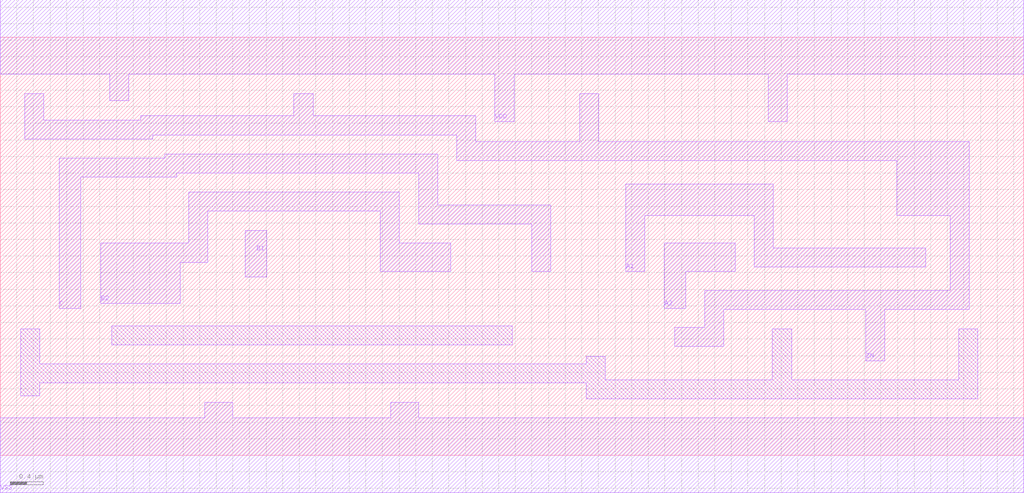
<source format=lef>
# Copyright 2022 GlobalFoundries PDK Authors
#
# Licensed under the Apache License, Version 2.0 (the "License");
# you may not use this file except in compliance with the License.
# You may obtain a copy of the License at
#
#      http://www.apache.org/licenses/LICENSE-2.0
#
# Unless required by applicable law or agreed to in writing, software
# distributed under the License is distributed on an "AS IS" BASIS,
# WITHOUT WARRANTIES OR CONDITIONS OF ANY KIND, either express or implied.
# See the License for the specific language governing permissions and
# limitations under the License.

MACRO gf180mcu_fd_sc_mcu9t5v0__oai221_2
  CLASS core ;
  FOREIGN gf180mcu_fd_sc_mcu9t5v0__oai221_2 0.0 0.0 ;
  ORIGIN 0 0 ;
  SYMMETRY X Y ;
  SITE GF018hv5v_green_sc9 ;
  SIZE 12.32 BY 5.04 ;
  PIN A1
    DIRECTION INPUT ;
    ANTENNAGATEAREA 3.414 ;
    PORT
      LAYER Metal1 ;
        POLYGON 7.53 2.215 7.76 2.215 7.76 2.89 9.075 2.89 9.075 2.27 11.14 2.27 11.14 2.5 9.305 2.5 9.305 3.27 7.53 3.27  ;
    END
  END A1
  PIN A2
    DIRECTION INPUT ;
    ANTENNAGATEAREA 3.414 ;
    PORT
      LAYER Metal1 ;
        POLYGON 7.99 1.77 8.25 1.77 8.25 2.215 8.845 2.215 8.845 2.555 7.99 2.555  ;
    END
  END A2
  PIN B1
    DIRECTION INPUT ;
    ANTENNAGATEAREA 3.414 ;
    PORT
      LAYER Metal1 ;
        POLYGON 2.95 2.15 3.21 2.15 3.21 2.71 2.95 2.71  ;
    END
  END B1
  PIN B2
    DIRECTION INPUT ;
    ANTENNAGATEAREA 3.414 ;
    PORT
      LAYER Metal1 ;
        POLYGON 1.21 1.83 2.165 1.83 2.165 2.325 2.5 2.325 2.5 2.94 4.575 2.94 4.575 2.215 5.425 2.215 5.425 2.555 4.805 2.555 4.805 3.17 2.27 3.17 2.27 2.555 1.21 2.555  ;
    END
  END B2
  PIN C
    DIRECTION INPUT ;
    ANTENNAGATEAREA 3.044 ;
    PORT
      LAYER Metal1 ;
        POLYGON 0.71 1.77 0.97 1.77 0.97 3.35 2.125 3.35 2.125 3.4 5.035 3.4 5.035 2.785 6.16 2.785 6.395 2.785 6.395 2.215 6.625 2.215 6.625 3.015 6.16 3.015 5.265 3.015 5.265 3.63 1.98 3.63 1.98 3.58 0.71 3.58  ;
    END
  END C
  PIN ZN
    DIRECTION OUTPUT ;
    ANTENNADIFFAREA 5.2165 ;
    PORT
      LAYER Metal1 ;
        POLYGON 0.295 3.81 1.835 3.81 1.835 3.86 5.495 3.86 5.495 3.55 6.16 3.55 10.79 3.55 10.79 2.89 11.435 2.89 11.435 1.985 8.48 1.985 8.48 1.54 8.12 1.54 8.12 1.31 8.71 1.31 8.71 1.755 10.415 1.755 10.415 1.14 10.645 1.14 10.645 1.755 11.665 1.755 11.665 3.78 7.205 3.78 7.205 4.36 6.975 4.36 6.975 3.78 6.16 3.78 5.725 3.78 5.725 4.09 3.765 4.09 3.765 4.36 3.535 4.36 3.535 4.09 1.69 4.09 1.69 4.04 0.525 4.04 0.525 4.36 0.295 4.36  ;
    END
  END ZN
  PIN VDD
    DIRECTION INOUT ;
    USE power ;
    SHAPE ABUTMENT ;
    PORT
      LAYER Metal1 ;
        POLYGON 0 4.59 1.315 4.59 1.315 4.27 1.545 4.27 1.545 4.59 5.955 4.59 5.955 4.02 6.16 4.02 6.185 4.02 6.185 4.59 9.245 4.59 9.245 4.02 9.475 4.02 9.475 4.59 11.765 4.59 12.32 4.59 12.32 5.49 11.765 5.49 6.16 5.49 0 5.49  ;
    END
  END VDD
  PIN VSS
    DIRECTION INOUT ;
    USE ground ;
    SHAPE ABUTMENT ;
    PORT
      LAYER Metal1 ;
        POLYGON 0 -0.45 12.32 -0.45 12.32 0.45 5.04 0.45 5.04 0.64 4.7 0.64 4.7 0.45 2.8 0.45 2.8 0.64 2.46 0.64 2.46 0.45 0 0.45  ;
    END
  END VSS
  OBS
      LAYER Metal1 ;
        POLYGON 1.34 1.33 6.16 1.33 6.16 1.56 1.34 1.56  ;
        POLYGON 0.245 0.715 0.475 0.715 0.475 0.87 7.055 0.87 7.055 0.68 11.765 0.68 11.765 1.525 11.535 1.525 11.535 0.91 9.525 0.91 9.525 1.525 9.295 1.525 9.295 0.91 7.285 0.91 7.285 1.19 7.055 1.19 7.055 1.1 0.475 1.1 0.475 1.525 0.245 1.525  ;
  END
END gf180mcu_fd_sc_mcu9t5v0__oai221_2

</source>
